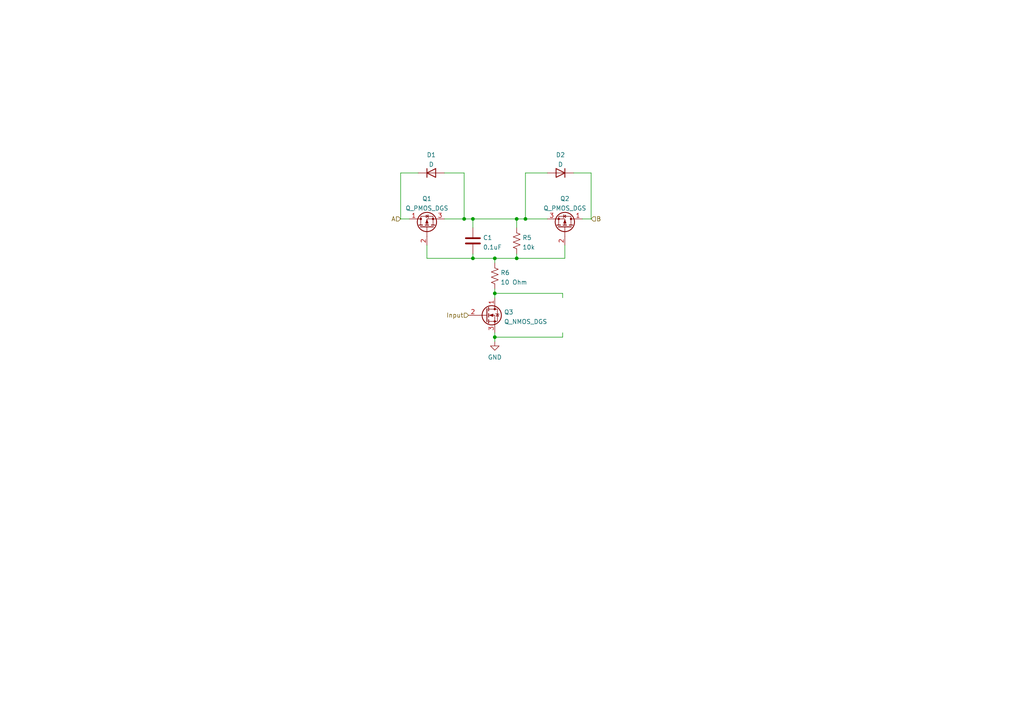
<source format=kicad_sch>
(kicad_sch (version 20211123) (generator eeschema)
  (paper "A4")
  (lib_symbols
    (symbol "Device:C" (pin_numbers hide) (pin_names (offset 0.254))
      (property "Reference" "C" (at 0.635 2.54 0))
      (property "Value" "C" (at 0.635 -2.54 0))
      (symbol "C_0_1"
        (polyline (pts (xy -2.032 -0.762) (xy 2.032 -0.762)) (stroke (width 0.508)))
        (polyline (pts (xy -2.032 0.762) (xy 2.032 0.762)) (stroke (width 0.508)))
      )
      (symbol "C_1_1"
        (pin passive line (at 0 3.81 270) (length 2.794) (name "~") (number "1"))
        (pin passive line (at 0 -3.81 90) (length 2.794) (name "~") (number "2"))
      )
    )
    (symbol "Device:D" (pin_numbers hide) (pin_names (offset 1.016) hide)
      (property "Reference" "D" (at 0 2.54 0))
      (property "Value" "D" (at 0 -2.54 0))
      (symbol "D_0_1"
        (polyline (pts (xy -1.27 1.27) (xy -1.27 -1.27)) (stroke (width 0.254)))
        (polyline (pts (xy 1.27 0) (xy -1.27 0)))
        (polyline (pts (xy 1.27 1.27) (xy 1.27 -1.27) (xy -1.27 0) (xy 1.27 1.27)) (stroke (width 0.254)))
      )
      (symbol "D_1_1"
        (pin passive line (at -3.81 0 0) (length 2.54) (name "K") (number "1"))
        (pin passive line (at 3.81 0 180) (length 2.54) (name "A") (number "2"))
      )
    )
    (symbol "Device:Q_NMOS_DGS" (pin_names (offset 0) hide)
      (property "Reference" "Q" (at 5.08 1.27 0))
      (property "Value" "Q_NMOS_DGS" (at 5.08 -1.27 0))
      (symbol "Q_NMOS_DGS_0_1"
        (polyline (pts (xy 0.254 0) (xy -2.54 0)))
        (polyline (pts (xy 0.254 1.905) (xy 0.254 -1.905)) (stroke (width 0.254)))
        (polyline (pts (xy 0.762 -1.27) (xy 0.762 -2.286)) (stroke (width 0.254)))
        (polyline (pts (xy 0.762 0.508) (xy 0.762 -0.508)) (stroke (width 0.254)))
        (polyline (pts (xy 0.762 2.286) (xy 0.762 1.27)) (stroke (width 0.254)))
        (polyline (pts (xy 2.54 2.54) (xy 2.54 1.778)))
        (polyline (pts (xy 2.54 -2.54) (xy 2.54 0) (xy 0.762 0)))
        (polyline (pts (xy 0.762 -1.778) (xy 3.302 -1.778) (xy 3.302 1.778) (xy 0.762 1.778)))
        (polyline (pts (xy 1.016 0) (xy 2.032 0.381) (xy 2.032 -0.381) (xy 1.016 0)) (fill (type outline)))
        (polyline (pts (xy 2.794 0.508) (xy 2.921 0.381) (xy 3.683 0.381) (xy 3.81 0.254)))
        (polyline (pts (xy 3.302 0.381) (xy 2.921 -0.254) (xy 3.683 -0.254) (xy 3.302 0.381)))
        (circle (center 1.651 0) (radius 2.794) (stroke (width 0.254)))
        (circle (center 2.54 -1.778) (radius 0.254) (fill (type outline)))
        (circle (center 2.54 1.778) (radius 0.254) (fill (type outline)))
      )
      (symbol "Q_NMOS_DGS_1_1"
        (pin passive line (at 2.54 5.08 270) (length 2.54) (name "D") (number "1"))
        (pin input line (at -5.08 0 0) (length 2.54) (name "G") (number "2"))
        (pin passive line (at 2.54 -5.08 90) (length 2.54) (name "S") (number "3"))
      )
    )
    (symbol "Device:Q_PMOS_DGS" (pin_names (offset 0) hide)
      (property "Reference" "Q" (at 5.08 1.27 0))
      (property "Value" "Q_PMOS_DGS" (at 5.08 -1.27 0))
      (symbol "Q_PMOS_DGS_0_1"
        (polyline (pts (xy 0.254 0) (xy -2.54 0)))
        (polyline (pts (xy 0.254 1.905) (xy 0.254 -1.905)) (stroke (width 0.254)))
        (polyline (pts (xy 0.762 -1.27) (xy 0.762 -2.286)) (stroke (width 0.254)))
        (polyline (pts (xy 0.762 0.508) (xy 0.762 -0.508)) (stroke (width 0.254)))
        (polyline (pts (xy 0.762 2.286) (xy 0.762 1.27)) (stroke (width 0.254)))
        (polyline (pts (xy 2.54 2.54) (xy 2.54 1.778)))
        (polyline (pts (xy 2.54 -2.54) (xy 2.54 0) (xy 0.762 0)))
        (polyline (pts (xy 0.762 1.778) (xy 3.302 1.778) (xy 3.302 -1.778) (xy 0.762 -1.778)))
        (polyline (pts (xy 2.286 0) (xy 1.27 0.381) (xy 1.27 -0.381) (xy 2.286 0)) (fill (type outline)))
        (polyline (pts (xy 2.794 -0.508) (xy 2.921 -0.381) (xy 3.683 -0.381) (xy 3.81 -0.254)))
        (polyline (pts (xy 3.302 -0.381) (xy 2.921 0.254) (xy 3.683 0.254) (xy 3.302 -0.381)))
        (circle (center 1.651 0) (radius 2.794) (stroke (width 0.254)))
        (circle (center 2.54 -1.778) (radius 0.254) (fill (type outline)))
        (circle (center 2.54 1.778) (radius 0.254) (fill (type outline)))
      )
      (symbol "Q_PMOS_DGS_1_1"
        (pin passive line (at 2.54 5.08 270) (length 2.54) (name "D") (number "1"))
        (pin input line (at -5.08 0 0) (length 2.54) (name "G") (number "2"))
        (pin passive line (at 2.54 -5.08 90) (length 2.54) (name "S") (number "3"))
      )
    )
    (symbol "Device:R_US" (pin_numbers hide) (pin_names (offset 0))
      (property "Reference" "R" (at 2.54 0 90))
      (property "Value" "R_US" (at -2.54 0 90))
      (symbol "R_US_0_1"
        (polyline (pts (xy 0 -2.286) (xy 0 -2.54)))
        (polyline (pts (xy 0 2.286) (xy 0 2.54)))
        (polyline (pts (xy 0 -0.762) (xy 1.016 -1.143) (xy 0 -1.524) (xy -1.016 -1.905) (xy 0 -2.286)))
        (polyline (pts (xy 0 0.762) (xy 1.016 0.381) (xy 0 0) (xy -1.016 -0.381) (xy 0 -0.762)))
        (polyline (pts (xy 0 2.286) (xy 1.016 1.905) (xy 0 1.524) (xy -1.016 1.143) (xy 0 0.762)))
      )
      (symbol "R_US_1_1"
        (pin passive line (at 0 3.81 270) (length 1.27) (name "~") (number "1"))
        (pin passive line (at 0 -3.81 90) (length 1.27) (name "~") (number "2"))
      )
    )
    (symbol "power:GND" (power) (pin_names (offset 0))
      (property "Value" "GND" (at 0 -3.81 0))
      (symbol "GND_0_1"
        (polyline (pts (xy 0 0) (xy 0 -1.27) (xy 1.27 -1.27) (xy 0 -2.54) (xy -1.27 -1.27) (xy 0 -1.27)))
      )
      (symbol "GND_1_1"
        (pin power_in line (at 0 0 270) (length 0) hide (name "GND") (number "1"))
      )
    )
  )
  (junction (at 137.16 63.5))
  (junction (at 134.62 63.5))
  (junction (at 152.4 63.5))
  (junction (at 149.86 74.93))
  (junction (at 137.16 74.93))
  (junction (at 143.51 85.09))
  (junction (at 143.51 97.79))
  (junction (at 143.51 74.93))
  (junction (at 149.86 63.5))
  (wire (pts (xy 143.51 76.2) (xy 143.51 74.93)))
  (wire (pts (xy 149.86 73.66) (xy 149.86 74.93)))
  (wire (pts (xy 171.45 63.5) (xy 171.45 50.165)))
  (wire (pts (xy 152.4 50.165) (xy 152.4 63.5)))
  (wire (pts (xy 143.51 97.79) (xy 143.51 96.52)))
  (wire (pts (xy 149.86 66.04) (xy 149.86 63.5)))
  (wire (pts (xy 168.91 63.5) (xy 171.45 63.5)))
  (wire (pts (xy 149.86 63.5) (xy 152.4 63.5)))
  (wire (pts (xy 137.16 74.93) (xy 137.16 73.66)))
  (wire (pts (xy 143.51 97.79) (xy 143.51 99.06)))
  (wire (pts (xy 134.62 50.165) (xy 134.62 63.5)))
  (wire (pts (xy 143.51 85.09) (xy 143.51 83.82)))
  (wire (pts (xy 152.4 63.5) (xy 158.75 63.5)))
  (wire (pts (xy 166.37 50.165) (xy 171.45 50.165)))
  (wire (pts (xy 116.205 63.5) (xy 116.205 50.165)))
  (wire (pts (xy 123.825 74.93) (xy 137.16 74.93)))
  (wire (pts (xy 163.83 71.12) (xy 163.83 74.93)))
  (wire (pts (xy 123.825 71.12) (xy 123.825 74.93)))
  (wire (pts (xy 116.205 50.165) (xy 121.285 50.165)))
  (wire (pts (xy 137.16 66.04) (xy 137.16 63.5)))
  (wire (pts (xy 163.195 97.79) (xy 143.51 97.79)))
  (wire (pts (xy 163.195 85.09) (xy 143.51 85.09)))
  (wire (pts (xy 137.16 63.5) (xy 149.86 63.5)))
  (wire (pts (xy 143.51 86.36) (xy 143.51 85.09)))
  (wire (pts (xy 118.745 63.5) (xy 116.205 63.5)))
  (wire (pts (xy 143.51 74.93) (xy 137.16 74.93)))
  (wire (pts (xy 149.86 74.93) (xy 143.51 74.93)))
  (wire (pts (xy 128.905 50.165) (xy 134.62 50.165)))
  (wire (pts (xy 163.195 96.52) (xy 163.195 97.79)))
  (wire (pts (xy 134.62 63.5) (xy 137.16 63.5)))
  (wire (pts (xy 128.905 63.5) (xy 134.62 63.5)))
  (wire (pts (xy 163.83 74.93) (xy 149.86 74.93)))
  (wire (pts (xy 152.4 50.165) (xy 158.75 50.165)))
  (wire (pts (xy 163.195 86.36) (xy 163.195 85.09)))
  (hierarchical_label "B" (shape input) (at 171.45 63.5 0))
  (hierarchical_label "A" (shape input) (at 116.205 63.5 180))
  (hierarchical_label "Input" (shape input) (at 135.89 91.44 180))
  (symbol (lib_id "Device:Q_PMOS_DGS") (at 163.83 66.04 270) (mirror x) (unit 1)
    (property "Reference" "Q2" (at 163.83 57.6285 90))
    (property "Value" "Q_PMOS_DGS" (at 163.83 60.4036 90))
  )
  (symbol (lib_id "power:GND") (at 143.51 99.06 0) (unit 1)
    (property "Reference" "#PWR016" (effects hide))
    (property "Value" "GND" (at 143.51 103.6225 0))
  )
  (symbol (lib_id "Device:D") (at 162.56 50.165 0) (mirror y) (unit 1)
    (property "Reference" "D2" (at 162.56 44.9285 0))
    (property "Value" "D" (at 162.56 47.7036 0))
  )
  (symbol (lib_id "Device:R_US") (at 149.86 69.85 0) (unit 1)
    (property "Reference" "R5" (at 151.511 68.9415 0) (effects (justify left)))
    (property "Value" "10k" (at 151.511 71.7166 0) (effects (justify left)))
  )
  (symbol (lib_id "Device:Q_PMOS_DGS") (at 123.825 66.04 90) (unit 1)
    (property "Reference" "Q1" (at 123.825 57.6285 90))
    (property "Value" "Q_PMOS_DGS" (at 123.825 60.4036 90))
  )
  (symbol (lib_id "Device:D") (at 125.095 50.165 0) (unit 1)
    (property "Reference" "D1" (at 125.095 44.9285 0))
    (property "Value" "D" (at 125.095 47.7036 0))
  )
  (symbol (lib_id "Device:C") (at 137.16 69.85 0) (unit 1)
    (property "Reference" "C1" (at 140.081 68.9415 0) (effects (justify left)))
    (property "Value" "0.1uF" (at 140.081 71.7166 0) (effects (justify left)))
  )
  (symbol (lib_id "Device:Q_NMOS_DGS") (at 140.97 91.44 0) (unit 1)
    (property "Reference" "Q3" (at 146.177 90.5315 0) (effects (justify left)))
    (property "Value" "Q_NMOS_DGS" (at 146.177 93.3066 0) (effects (justify left)))
  )
  (symbol (lib_id "Device:R_US") (at 143.51 80.01 0) (unit 1)
    (property "Reference" "R6" (at 145.161 79.1015 0) (effects (justify left)))
    (property "Value" "10 Ohm" (at 145.161 81.8766 0) (effects (justify left)))
  )
)
</source>
